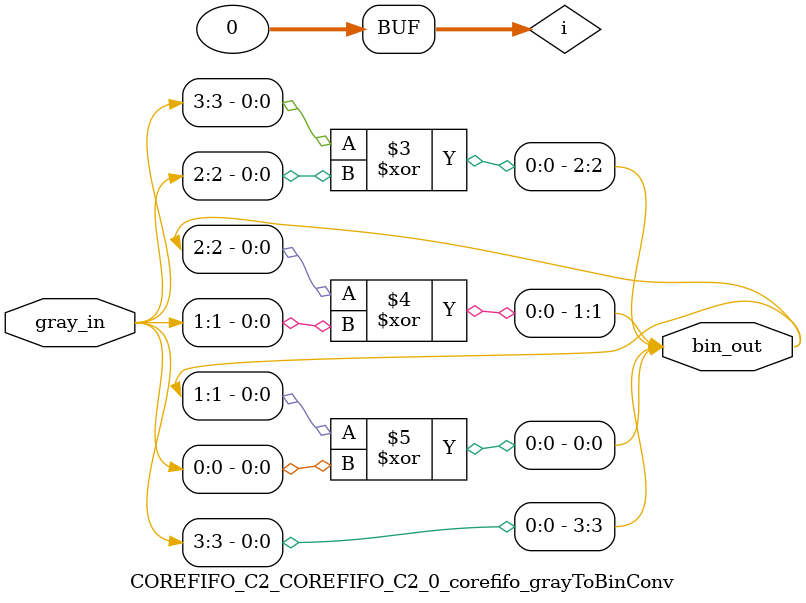
<source format=v>

`timescale 1ns / 100ps

module COREFIFO_C2_COREFIFO_C2_0_corefifo_grayToBinConv(
                                         gray_in,
                                         bin_out
                                        );

   // --------------------------------------------------------------------------
   // Parameter Declaration
   // --------------------------------------------------------------------------
   parameter ADDRWIDTH  = 3;
  // parameter SYNC_RESET = 0;   

   // --------------------------------------------------------------------------
   // I/O Declaration
   // --------------------------------------------------------------------------

   //--------
   // Inputs
   //--------
   input [ADDRWIDTH:0]    gray_in;

   //---------
   // Outputs
   //---------
   output [ADDRWIDTH:0] bin_out;

   // --------------------------------------------------------------------------
   // Internal signals
   // --------------------------------------------------------------------------
   reg [ADDRWIDTH:0]      bin_out;   
   integer                i;
   

   // --------------------------------------------------------------------------
   //                               Start - of - Code
   // --------------------------------------------------------------------------


   // --------------------------------------------------------------------------
   // Logic to Convert the Gray code to Binary
   // --------------------------------------------------------------------------
   always @(*) begin

      bin_out[ADDRWIDTH]  = gray_in[ADDRWIDTH];      

      for(i=ADDRWIDTH;i>0;i = i-1) begin
         bin_out[i-1]     = (bin_out[i] ^ gray_in[i-1]);
      end

   end

endmodule // corefifo_grayToBinConv

// --------------------------------------------------------------------------
//                             End - of - Code
// --------------------------------------------------------------------------

</source>
